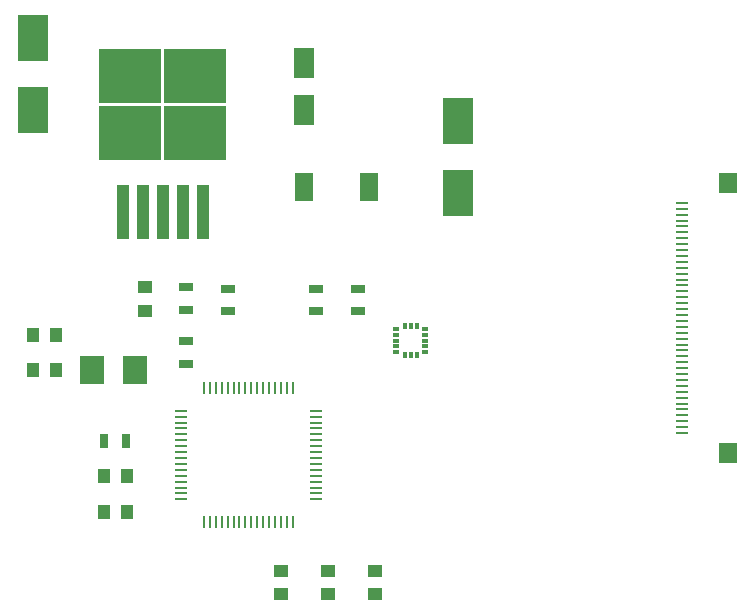
<source format=gbr>
G04 #@! TF.GenerationSoftware,KiCad,Pcbnew,5.1.0*
G04 #@! TF.CreationDate,2019-04-02T01:21:10-05:00*
G04 #@! TF.ProjectId,Cluster,436c7573-7465-4722-9e6b-696361645f70,rev?*
G04 #@! TF.SameCoordinates,Original*
G04 #@! TF.FileFunction,Paste,Top*
G04 #@! TF.FilePolarity,Positive*
%FSLAX46Y46*%
G04 Gerber Fmt 4.6, Leading zero omitted, Abs format (unit mm)*
G04 Created by KiCad (PCBNEW 5.1.0) date 2019-04-02 01:21:10*
%MOMM*%
%LPD*%
G04 APERTURE LIST*
%ADD10R,2.500000X4.000000*%
%ADD11R,1.250000X1.000000*%
%ADD12R,1.000000X1.250000*%
%ADD13R,1.100000X0.250000*%
%ADD14R,1.500000X1.700000*%
%ADD15R,1.500000X2.400000*%
%ADD16R,1.300000X0.700000*%
%ADD17R,0.700000X1.300000*%
%ADD18R,2.000000X2.400000*%
%ADD19R,1.800000X2.500000*%
%ADD20R,0.350000X0.520000*%
%ADD21R,0.520000X0.350000*%
%ADD22R,1.100000X4.600000*%
%ADD23R,5.250000X4.550000*%
%ADD24R,1.000000X0.250000*%
%ADD25R,0.250000X1.000000*%
G04 APERTURE END LIST*
D10*
X148000000Y-83500000D03*
X148000000Y-77400000D03*
D11*
X177000000Y-124500000D03*
X177000000Y-122500000D03*
X173000000Y-122500000D03*
X173000000Y-124500000D03*
D10*
X184000000Y-90500000D03*
X184000000Y-84400000D03*
D11*
X157500000Y-100500000D03*
X157500000Y-98500000D03*
D12*
X150000000Y-102500000D03*
X148000000Y-102500000D03*
X148000000Y-105500000D03*
X150000000Y-105500000D03*
X156000000Y-114500000D03*
X154000000Y-114500000D03*
D11*
X169000000Y-124500000D03*
X169000000Y-122500000D03*
D12*
X154000000Y-117500000D03*
X156000000Y-117500000D03*
D13*
X202950000Y-110840000D03*
X202950000Y-110340000D03*
X202950000Y-109840000D03*
X202950000Y-109340000D03*
X202950000Y-108840000D03*
X202950000Y-108340000D03*
X202950000Y-107840000D03*
X202950000Y-107340000D03*
X202950000Y-106840000D03*
X202950000Y-106340000D03*
X202950000Y-105840000D03*
X202950000Y-105340000D03*
X202950000Y-104840000D03*
X202950000Y-104340000D03*
X202950000Y-103840000D03*
X202950000Y-103340000D03*
X202950000Y-102840000D03*
X202950000Y-102340000D03*
X202950000Y-101840000D03*
X202950000Y-101340000D03*
X202950000Y-100840000D03*
X202950000Y-100340000D03*
X202950000Y-99840000D03*
X202950000Y-99340000D03*
X202950000Y-98840000D03*
X202950000Y-98340000D03*
X202950000Y-97840000D03*
X202950000Y-97340000D03*
X202950000Y-96840000D03*
X202950000Y-96340000D03*
X202950000Y-95840000D03*
X202950000Y-95340000D03*
X202950000Y-94840000D03*
X202950000Y-94340000D03*
X202950000Y-93840000D03*
X202950000Y-93340000D03*
X202950000Y-92840000D03*
X202950000Y-92340000D03*
X202950000Y-91840000D03*
X202950000Y-91340000D03*
D14*
X206850000Y-112500000D03*
X206850000Y-89700000D03*
D15*
X171000000Y-90000000D03*
X176500000Y-90000000D03*
D16*
X164500000Y-100500000D03*
X164500000Y-98600000D03*
X161000000Y-100400000D03*
X161000000Y-98500000D03*
X175500000Y-98600000D03*
X175500000Y-100500000D03*
X172000000Y-98600000D03*
X172000000Y-100500000D03*
X161000000Y-104950000D03*
X161000000Y-103050000D03*
D17*
X154000000Y-111500000D03*
X155900000Y-111500000D03*
D18*
X156700000Y-105500000D03*
X153000000Y-105500000D03*
D19*
X171000000Y-83500000D03*
X171000000Y-79500000D03*
D20*
X179500000Y-104225000D03*
X180000000Y-104225000D03*
X180500000Y-104225000D03*
D21*
X181225000Y-104000000D03*
X181225000Y-103500000D03*
X181225000Y-103000000D03*
X181225000Y-102500000D03*
X181225000Y-102000000D03*
D20*
X180500000Y-101775000D03*
X180000000Y-101775000D03*
X179500000Y-101775000D03*
D21*
X178775000Y-102000000D03*
X178775000Y-102500000D03*
X178775000Y-103000000D03*
X178775000Y-103500000D03*
X178775000Y-104000000D03*
D22*
X155600000Y-92150000D03*
X157300000Y-92150000D03*
X159000000Y-92150000D03*
X160700000Y-92150000D03*
X162400000Y-92150000D03*
D23*
X161775000Y-80575000D03*
X156225000Y-85425000D03*
X156225000Y-80575000D03*
X161775000Y-85425000D03*
D24*
X160550000Y-108950000D03*
X160550000Y-109450000D03*
X160550000Y-109950000D03*
X160550000Y-110450000D03*
X160550000Y-110950000D03*
X160550000Y-111450000D03*
X160550000Y-111950000D03*
X160550000Y-112450000D03*
X160550000Y-112950000D03*
X160550000Y-113450000D03*
X160550000Y-113950000D03*
X160550000Y-114450000D03*
X160550000Y-114950000D03*
X160550000Y-115450000D03*
X160550000Y-115950000D03*
X160550000Y-116450000D03*
D25*
X162500000Y-118400000D03*
X163000000Y-118400000D03*
X163500000Y-118400000D03*
X164000000Y-118400000D03*
X164500000Y-118400000D03*
X165000000Y-118400000D03*
X165500000Y-118400000D03*
X166000000Y-118400000D03*
X166500000Y-118400000D03*
X167000000Y-118400000D03*
X167500000Y-118400000D03*
X168000000Y-118400000D03*
X168500000Y-118400000D03*
X169000000Y-118400000D03*
X169500000Y-118400000D03*
X170000000Y-118400000D03*
D24*
X171950000Y-116450000D03*
X171950000Y-115950000D03*
X171950000Y-115450000D03*
X171950000Y-114950000D03*
X171950000Y-114450000D03*
X171950000Y-113950000D03*
X171950000Y-113450000D03*
X171950000Y-112950000D03*
X171950000Y-112450000D03*
X171950000Y-111950000D03*
X171950000Y-111450000D03*
X171950000Y-110950000D03*
X171950000Y-110450000D03*
X171950000Y-109950000D03*
X171950000Y-109450000D03*
X171950000Y-108950000D03*
D25*
X170000000Y-107000000D03*
X169500000Y-107000000D03*
X169000000Y-107000000D03*
X168500000Y-107000000D03*
X168000000Y-107000000D03*
X167500000Y-107000000D03*
X167000000Y-107000000D03*
X166500000Y-107000000D03*
X166000000Y-107000000D03*
X165500000Y-107000000D03*
X165000000Y-107000000D03*
X164500000Y-107000000D03*
X164000000Y-107000000D03*
X163500000Y-107000000D03*
X163000000Y-107000000D03*
X162500000Y-107000000D03*
M02*

</source>
